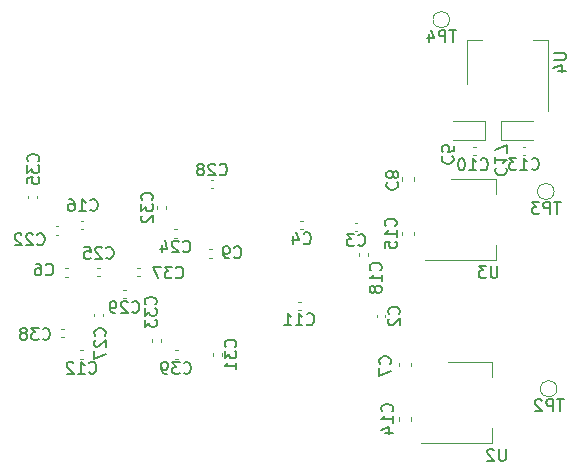
<source format=gbo>
%TF.GenerationSoftware,KiCad,Pcbnew,5.1.8-db9833491~88~ubuntu20.04.1*%
%TF.CreationDate,2021-01-24T20:19:36-05:00*%
%TF.ProjectId,julia_v2.1.1.0,6a756c69-615f-4763-922e-312e312e302e,rev?*%
%TF.SameCoordinates,Original*%
%TF.FileFunction,Legend,Bot*%
%TF.FilePolarity,Positive*%
%FSLAX46Y46*%
G04 Gerber Fmt 4.6, Leading zero omitted, Abs format (unit mm)*
G04 Created by KiCad (PCBNEW 5.1.8-db9833491~88~ubuntu20.04.1) date 2021-01-24 20:19:36*
%MOMM*%
%LPD*%
G01*
G04 APERTURE LIST*
%ADD10C,0.120000*%
%ADD11C,0.150000*%
G04 APERTURE END LIST*
D10*
%TO.C,U4*%
X136910000Y-96000000D02*
X136910000Y-89990000D01*
X130090000Y-93750000D02*
X130090000Y-89990000D01*
X136910000Y-89990000D02*
X135650000Y-89990000D01*
X130090000Y-89990000D02*
X131350000Y-89990000D01*
%TO.C,U3*%
X126500000Y-108610000D02*
X132510000Y-108610000D01*
X128750000Y-101790000D02*
X132510000Y-101790000D01*
X132510000Y-108610000D02*
X132510000Y-107350000D01*
X132510000Y-101790000D02*
X132510000Y-103050000D01*
%TO.C,U2*%
X126200000Y-124110000D02*
X132210000Y-124110000D01*
X128450000Y-117290000D02*
X132210000Y-117290000D01*
X132210000Y-124110000D02*
X132210000Y-122850000D01*
X132210000Y-117290000D02*
X132210000Y-118550000D01*
%TO.C,TP4*%
X128600000Y-88300000D02*
G75*
G03*
X128600000Y-88300000I-700000J0D01*
G01*
%TO.C,TP3*%
X137450000Y-102850000D02*
G75*
G03*
X137450000Y-102850000I-700000J0D01*
G01*
%TO.C,TP2*%
X137700000Y-119550000D02*
G75*
G03*
X137700000Y-119550000I-700000J0D01*
G01*
%TO.C,C39*%
X105607836Y-117010000D02*
X105392164Y-117010000D01*
X105607836Y-116290000D02*
X105392164Y-116290000D01*
%TO.C,C38*%
X95957836Y-115210000D02*
X95742164Y-115210000D01*
X95957836Y-114490000D02*
X95742164Y-114490000D01*
%TO.C,C37*%
X102387836Y-110020000D02*
X102172164Y-110020000D01*
X102387836Y-109300000D02*
X102172164Y-109300000D01*
%TO.C,C35*%
X93660000Y-103192164D02*
X93660000Y-103407836D01*
X92940000Y-103192164D02*
X92940000Y-103407836D01*
%TO.C,C33*%
X103440000Y-115557836D02*
X103440000Y-115342164D01*
X104160000Y-115557836D02*
X104160000Y-115342164D01*
%TO.C,C32*%
X104560000Y-104092164D02*
X104560000Y-104307836D01*
X103840000Y-104092164D02*
X103840000Y-104307836D01*
%TO.C,C31*%
X108590000Y-116757836D02*
X108590000Y-116542164D01*
X109310000Y-116757836D02*
X109310000Y-116542164D01*
%TO.C,C29*%
X100982164Y-111160000D02*
X101197836Y-111160000D01*
X100982164Y-111880000D02*
X101197836Y-111880000D01*
%TO.C,C28*%
X108607836Y-102560000D02*
X108392164Y-102560000D01*
X108607836Y-101840000D02*
X108392164Y-101840000D01*
%TO.C,C27*%
X99260000Y-113192164D02*
X99260000Y-113407836D01*
X98540000Y-113192164D02*
X98540000Y-113407836D01*
%TO.C,C25*%
X98792164Y-109300000D02*
X99007836Y-109300000D01*
X98792164Y-110020000D02*
X99007836Y-110020000D01*
%TO.C,C24*%
X105292164Y-106040000D02*
X105507836Y-106040000D01*
X105292164Y-106760000D02*
X105507836Y-106760000D01*
%TO.C,C22*%
X95457836Y-106510000D02*
X95242164Y-106510000D01*
X95457836Y-105790000D02*
X95242164Y-105790000D01*
%TO.C,C18*%
X120940000Y-108307836D02*
X120940000Y-108092164D01*
X121660000Y-108307836D02*
X121660000Y-108092164D01*
%TO.C,C17*%
X132977500Y-96915000D02*
X135687500Y-96915000D01*
X132977500Y-98485000D02*
X132977500Y-96915000D01*
X135687500Y-98485000D02*
X132977500Y-98485000D01*
%TO.C,C16*%
X97392164Y-105340000D02*
X97607836Y-105340000D01*
X97392164Y-106060000D02*
X97607836Y-106060000D01*
%TO.C,C15*%
X125610000Y-106259420D02*
X125610000Y-106540580D01*
X124590000Y-106259420D02*
X124590000Y-106540580D01*
%TO.C,C14*%
X125310000Y-121959420D02*
X125310000Y-122240580D01*
X124290000Y-121959420D02*
X124290000Y-122240580D01*
%TO.C,C13*%
X134792164Y-99040000D02*
X135007836Y-99040000D01*
X134792164Y-99760000D02*
X135007836Y-99760000D01*
%TO.C,C12*%
X97342164Y-116290000D02*
X97557836Y-116290000D01*
X97342164Y-117010000D02*
X97557836Y-117010000D01*
%TO.C,C11*%
X115772164Y-112190000D02*
X115987836Y-112190000D01*
X115772164Y-112910000D02*
X115987836Y-112910000D01*
%TO.C,C10*%
X130807836Y-99760000D02*
X130592164Y-99760000D01*
X130807836Y-99040000D02*
X130592164Y-99040000D01*
%TO.C,C9*%
X108242164Y-107740000D02*
X108457836Y-107740000D01*
X108242164Y-108460000D02*
X108457836Y-108460000D01*
%TO.C,C8*%
X124590000Y-101940580D02*
X124590000Y-101659420D01*
X125610000Y-101940580D02*
X125610000Y-101659420D01*
%TO.C,C7*%
X124290000Y-117640580D02*
X124290000Y-117359420D01*
X125310000Y-117640580D02*
X125310000Y-117359420D01*
%TO.C,C6*%
X96042164Y-109340000D02*
X96257836Y-109340000D01*
X96042164Y-110060000D02*
X96257836Y-110060000D01*
%TO.C,C5*%
X131610000Y-98485000D02*
X128900000Y-98485000D01*
X131610000Y-96915000D02*
X131610000Y-98485000D01*
X128900000Y-96915000D02*
X131610000Y-96915000D01*
%TO.C,C4*%
X115972164Y-105340000D02*
X116187836Y-105340000D01*
X115972164Y-106060000D02*
X116187836Y-106060000D01*
%TO.C,C3*%
X120592164Y-105490000D02*
X120807836Y-105490000D01*
X120592164Y-106210000D02*
X120807836Y-106210000D01*
%TO.C,C2*%
X122440000Y-113507836D02*
X122440000Y-113292164D01*
X123160000Y-113507836D02*
X123160000Y-113292164D01*
%TO.C,U4*%
D11*
X137452380Y-91138095D02*
X138261904Y-91138095D01*
X138357142Y-91185714D01*
X138404761Y-91233333D01*
X138452380Y-91328571D01*
X138452380Y-91519047D01*
X138404761Y-91614285D01*
X138357142Y-91661904D01*
X138261904Y-91709523D01*
X137452380Y-91709523D01*
X137785714Y-92614285D02*
X138452380Y-92614285D01*
X137404761Y-92376190D02*
X138119047Y-92138095D01*
X138119047Y-92757142D01*
%TO.C,U3*%
X132661904Y-109152380D02*
X132661904Y-109961904D01*
X132614285Y-110057142D01*
X132566666Y-110104761D01*
X132471428Y-110152380D01*
X132280952Y-110152380D01*
X132185714Y-110104761D01*
X132138095Y-110057142D01*
X132090476Y-109961904D01*
X132090476Y-109152380D01*
X131709523Y-109152380D02*
X131090476Y-109152380D01*
X131423809Y-109533333D01*
X131280952Y-109533333D01*
X131185714Y-109580952D01*
X131138095Y-109628571D01*
X131090476Y-109723809D01*
X131090476Y-109961904D01*
X131138095Y-110057142D01*
X131185714Y-110104761D01*
X131280952Y-110152380D01*
X131566666Y-110152380D01*
X131661904Y-110104761D01*
X131709523Y-110057142D01*
%TO.C,U2*%
X133361904Y-124652380D02*
X133361904Y-125461904D01*
X133314285Y-125557142D01*
X133266666Y-125604761D01*
X133171428Y-125652380D01*
X132980952Y-125652380D01*
X132885714Y-125604761D01*
X132838095Y-125557142D01*
X132790476Y-125461904D01*
X132790476Y-124652380D01*
X132361904Y-124747619D02*
X132314285Y-124700000D01*
X132219047Y-124652380D01*
X131980952Y-124652380D01*
X131885714Y-124700000D01*
X131838095Y-124747619D01*
X131790476Y-124842857D01*
X131790476Y-124938095D01*
X131838095Y-125080952D01*
X132409523Y-125652380D01*
X131790476Y-125652380D01*
%TO.C,TP4*%
X129161904Y-89200380D02*
X128590476Y-89200380D01*
X128876190Y-90200380D02*
X128876190Y-89200380D01*
X128257142Y-90200380D02*
X128257142Y-89200380D01*
X127876190Y-89200380D01*
X127780952Y-89248000D01*
X127733333Y-89295619D01*
X127685714Y-89390857D01*
X127685714Y-89533714D01*
X127733333Y-89628952D01*
X127780952Y-89676571D01*
X127876190Y-89724190D01*
X128257142Y-89724190D01*
X126828571Y-89533714D02*
X126828571Y-90200380D01*
X127066666Y-89152761D02*
X127304761Y-89867047D01*
X126685714Y-89867047D01*
%TO.C,TP3*%
X138011904Y-103750380D02*
X137440476Y-103750380D01*
X137726190Y-104750380D02*
X137726190Y-103750380D01*
X137107142Y-104750380D02*
X137107142Y-103750380D01*
X136726190Y-103750380D01*
X136630952Y-103798000D01*
X136583333Y-103845619D01*
X136535714Y-103940857D01*
X136535714Y-104083714D01*
X136583333Y-104178952D01*
X136630952Y-104226571D01*
X136726190Y-104274190D01*
X137107142Y-104274190D01*
X136202380Y-103750380D02*
X135583333Y-103750380D01*
X135916666Y-104131333D01*
X135773809Y-104131333D01*
X135678571Y-104178952D01*
X135630952Y-104226571D01*
X135583333Y-104321809D01*
X135583333Y-104559904D01*
X135630952Y-104655142D01*
X135678571Y-104702761D01*
X135773809Y-104750380D01*
X136059523Y-104750380D01*
X136154761Y-104702761D01*
X136202380Y-104655142D01*
%TO.C,TP2*%
X138261904Y-120450380D02*
X137690476Y-120450380D01*
X137976190Y-121450380D02*
X137976190Y-120450380D01*
X137357142Y-121450380D02*
X137357142Y-120450380D01*
X136976190Y-120450380D01*
X136880952Y-120498000D01*
X136833333Y-120545619D01*
X136785714Y-120640857D01*
X136785714Y-120783714D01*
X136833333Y-120878952D01*
X136880952Y-120926571D01*
X136976190Y-120974190D01*
X137357142Y-120974190D01*
X136404761Y-120545619D02*
X136357142Y-120498000D01*
X136261904Y-120450380D01*
X136023809Y-120450380D01*
X135928571Y-120498000D01*
X135880952Y-120545619D01*
X135833333Y-120640857D01*
X135833333Y-120736095D01*
X135880952Y-120878952D01*
X136452380Y-121450380D01*
X135833333Y-121450380D01*
%TO.C,C39*%
X106092857Y-118207142D02*
X106140476Y-118254761D01*
X106283333Y-118302380D01*
X106378571Y-118302380D01*
X106521428Y-118254761D01*
X106616666Y-118159523D01*
X106664285Y-118064285D01*
X106711904Y-117873809D01*
X106711904Y-117730952D01*
X106664285Y-117540476D01*
X106616666Y-117445238D01*
X106521428Y-117350000D01*
X106378571Y-117302380D01*
X106283333Y-117302380D01*
X106140476Y-117350000D01*
X106092857Y-117397619D01*
X105759523Y-117302380D02*
X105140476Y-117302380D01*
X105473809Y-117683333D01*
X105330952Y-117683333D01*
X105235714Y-117730952D01*
X105188095Y-117778571D01*
X105140476Y-117873809D01*
X105140476Y-118111904D01*
X105188095Y-118207142D01*
X105235714Y-118254761D01*
X105330952Y-118302380D01*
X105616666Y-118302380D01*
X105711904Y-118254761D01*
X105759523Y-118207142D01*
X104664285Y-118302380D02*
X104473809Y-118302380D01*
X104378571Y-118254761D01*
X104330952Y-118207142D01*
X104235714Y-118064285D01*
X104188095Y-117873809D01*
X104188095Y-117492857D01*
X104235714Y-117397619D01*
X104283333Y-117350000D01*
X104378571Y-117302380D01*
X104569047Y-117302380D01*
X104664285Y-117350000D01*
X104711904Y-117397619D01*
X104759523Y-117492857D01*
X104759523Y-117730952D01*
X104711904Y-117826190D01*
X104664285Y-117873809D01*
X104569047Y-117921428D01*
X104378571Y-117921428D01*
X104283333Y-117873809D01*
X104235714Y-117826190D01*
X104188095Y-117730952D01*
%TO.C,C38*%
X94142857Y-115307142D02*
X94190476Y-115354761D01*
X94333333Y-115402380D01*
X94428571Y-115402380D01*
X94571428Y-115354761D01*
X94666666Y-115259523D01*
X94714285Y-115164285D01*
X94761904Y-114973809D01*
X94761904Y-114830952D01*
X94714285Y-114640476D01*
X94666666Y-114545238D01*
X94571428Y-114450000D01*
X94428571Y-114402380D01*
X94333333Y-114402380D01*
X94190476Y-114450000D01*
X94142857Y-114497619D01*
X93809523Y-114402380D02*
X93190476Y-114402380D01*
X93523809Y-114783333D01*
X93380952Y-114783333D01*
X93285714Y-114830952D01*
X93238095Y-114878571D01*
X93190476Y-114973809D01*
X93190476Y-115211904D01*
X93238095Y-115307142D01*
X93285714Y-115354761D01*
X93380952Y-115402380D01*
X93666666Y-115402380D01*
X93761904Y-115354761D01*
X93809523Y-115307142D01*
X92619047Y-114830952D02*
X92714285Y-114783333D01*
X92761904Y-114735714D01*
X92809523Y-114640476D01*
X92809523Y-114592857D01*
X92761904Y-114497619D01*
X92714285Y-114450000D01*
X92619047Y-114402380D01*
X92428571Y-114402380D01*
X92333333Y-114450000D01*
X92285714Y-114497619D01*
X92238095Y-114592857D01*
X92238095Y-114640476D01*
X92285714Y-114735714D01*
X92333333Y-114783333D01*
X92428571Y-114830952D01*
X92619047Y-114830952D01*
X92714285Y-114878571D01*
X92761904Y-114926190D01*
X92809523Y-115021428D01*
X92809523Y-115211904D01*
X92761904Y-115307142D01*
X92714285Y-115354761D01*
X92619047Y-115402380D01*
X92428571Y-115402380D01*
X92333333Y-115354761D01*
X92285714Y-115307142D01*
X92238095Y-115211904D01*
X92238095Y-115021428D01*
X92285714Y-114926190D01*
X92333333Y-114878571D01*
X92428571Y-114830952D01*
%TO.C,C37*%
X105422857Y-110117142D02*
X105470476Y-110164761D01*
X105613333Y-110212380D01*
X105708571Y-110212380D01*
X105851428Y-110164761D01*
X105946666Y-110069523D01*
X105994285Y-109974285D01*
X106041904Y-109783809D01*
X106041904Y-109640952D01*
X105994285Y-109450476D01*
X105946666Y-109355238D01*
X105851428Y-109260000D01*
X105708571Y-109212380D01*
X105613333Y-109212380D01*
X105470476Y-109260000D01*
X105422857Y-109307619D01*
X105089523Y-109212380D02*
X104470476Y-109212380D01*
X104803809Y-109593333D01*
X104660952Y-109593333D01*
X104565714Y-109640952D01*
X104518095Y-109688571D01*
X104470476Y-109783809D01*
X104470476Y-110021904D01*
X104518095Y-110117142D01*
X104565714Y-110164761D01*
X104660952Y-110212380D01*
X104946666Y-110212380D01*
X105041904Y-110164761D01*
X105089523Y-110117142D01*
X104137142Y-109212380D02*
X103470476Y-109212380D01*
X103899047Y-110212380D01*
%TO.C,C35*%
X93757142Y-100307142D02*
X93804761Y-100259523D01*
X93852380Y-100116666D01*
X93852380Y-100021428D01*
X93804761Y-99878571D01*
X93709523Y-99783333D01*
X93614285Y-99735714D01*
X93423809Y-99688095D01*
X93280952Y-99688095D01*
X93090476Y-99735714D01*
X92995238Y-99783333D01*
X92900000Y-99878571D01*
X92852380Y-100021428D01*
X92852380Y-100116666D01*
X92900000Y-100259523D01*
X92947619Y-100307142D01*
X92852380Y-100640476D02*
X92852380Y-101259523D01*
X93233333Y-100926190D01*
X93233333Y-101069047D01*
X93280952Y-101164285D01*
X93328571Y-101211904D01*
X93423809Y-101259523D01*
X93661904Y-101259523D01*
X93757142Y-101211904D01*
X93804761Y-101164285D01*
X93852380Y-101069047D01*
X93852380Y-100783333D01*
X93804761Y-100688095D01*
X93757142Y-100640476D01*
X92852380Y-102164285D02*
X92852380Y-101688095D01*
X93328571Y-101640476D01*
X93280952Y-101688095D01*
X93233333Y-101783333D01*
X93233333Y-102021428D01*
X93280952Y-102116666D01*
X93328571Y-102164285D01*
X93423809Y-102211904D01*
X93661904Y-102211904D01*
X93757142Y-102164285D01*
X93804761Y-102116666D01*
X93852380Y-102021428D01*
X93852380Y-101783333D01*
X93804761Y-101688095D01*
X93757142Y-101640476D01*
%TO.C,C33*%
X103707142Y-112407142D02*
X103754761Y-112359523D01*
X103802380Y-112216666D01*
X103802380Y-112121428D01*
X103754761Y-111978571D01*
X103659523Y-111883333D01*
X103564285Y-111835714D01*
X103373809Y-111788095D01*
X103230952Y-111788095D01*
X103040476Y-111835714D01*
X102945238Y-111883333D01*
X102850000Y-111978571D01*
X102802380Y-112121428D01*
X102802380Y-112216666D01*
X102850000Y-112359523D01*
X102897619Y-112407142D01*
X102802380Y-112740476D02*
X102802380Y-113359523D01*
X103183333Y-113026190D01*
X103183333Y-113169047D01*
X103230952Y-113264285D01*
X103278571Y-113311904D01*
X103373809Y-113359523D01*
X103611904Y-113359523D01*
X103707142Y-113311904D01*
X103754761Y-113264285D01*
X103802380Y-113169047D01*
X103802380Y-112883333D01*
X103754761Y-112788095D01*
X103707142Y-112740476D01*
X102802380Y-113692857D02*
X102802380Y-114311904D01*
X103183333Y-113978571D01*
X103183333Y-114121428D01*
X103230952Y-114216666D01*
X103278571Y-114264285D01*
X103373809Y-114311904D01*
X103611904Y-114311904D01*
X103707142Y-114264285D01*
X103754761Y-114216666D01*
X103802380Y-114121428D01*
X103802380Y-113835714D01*
X103754761Y-113740476D01*
X103707142Y-113692857D01*
%TO.C,C32*%
X103397142Y-103557142D02*
X103444761Y-103509523D01*
X103492380Y-103366666D01*
X103492380Y-103271428D01*
X103444761Y-103128571D01*
X103349523Y-103033333D01*
X103254285Y-102985714D01*
X103063809Y-102938095D01*
X102920952Y-102938095D01*
X102730476Y-102985714D01*
X102635238Y-103033333D01*
X102540000Y-103128571D01*
X102492380Y-103271428D01*
X102492380Y-103366666D01*
X102540000Y-103509523D01*
X102587619Y-103557142D01*
X102492380Y-103890476D02*
X102492380Y-104509523D01*
X102873333Y-104176190D01*
X102873333Y-104319047D01*
X102920952Y-104414285D01*
X102968571Y-104461904D01*
X103063809Y-104509523D01*
X103301904Y-104509523D01*
X103397142Y-104461904D01*
X103444761Y-104414285D01*
X103492380Y-104319047D01*
X103492380Y-104033333D01*
X103444761Y-103938095D01*
X103397142Y-103890476D01*
X102587619Y-104890476D02*
X102540000Y-104938095D01*
X102492380Y-105033333D01*
X102492380Y-105271428D01*
X102540000Y-105366666D01*
X102587619Y-105414285D01*
X102682857Y-105461904D01*
X102778095Y-105461904D01*
X102920952Y-105414285D01*
X103492380Y-104842857D01*
X103492380Y-105461904D01*
%TO.C,C31*%
X110467142Y-116007142D02*
X110514761Y-115959523D01*
X110562380Y-115816666D01*
X110562380Y-115721428D01*
X110514761Y-115578571D01*
X110419523Y-115483333D01*
X110324285Y-115435714D01*
X110133809Y-115388095D01*
X109990952Y-115388095D01*
X109800476Y-115435714D01*
X109705238Y-115483333D01*
X109610000Y-115578571D01*
X109562380Y-115721428D01*
X109562380Y-115816666D01*
X109610000Y-115959523D01*
X109657619Y-116007142D01*
X109562380Y-116340476D02*
X109562380Y-116959523D01*
X109943333Y-116626190D01*
X109943333Y-116769047D01*
X109990952Y-116864285D01*
X110038571Y-116911904D01*
X110133809Y-116959523D01*
X110371904Y-116959523D01*
X110467142Y-116911904D01*
X110514761Y-116864285D01*
X110562380Y-116769047D01*
X110562380Y-116483333D01*
X110514761Y-116388095D01*
X110467142Y-116340476D01*
X110562380Y-117911904D02*
X110562380Y-117340476D01*
X110562380Y-117626190D02*
X109562380Y-117626190D01*
X109705238Y-117530952D01*
X109800476Y-117435714D01*
X109848095Y-117340476D01*
%TO.C,C29*%
X101732857Y-113037142D02*
X101780476Y-113084761D01*
X101923333Y-113132380D01*
X102018571Y-113132380D01*
X102161428Y-113084761D01*
X102256666Y-112989523D01*
X102304285Y-112894285D01*
X102351904Y-112703809D01*
X102351904Y-112560952D01*
X102304285Y-112370476D01*
X102256666Y-112275238D01*
X102161428Y-112180000D01*
X102018571Y-112132380D01*
X101923333Y-112132380D01*
X101780476Y-112180000D01*
X101732857Y-112227619D01*
X101351904Y-112227619D02*
X101304285Y-112180000D01*
X101209047Y-112132380D01*
X100970952Y-112132380D01*
X100875714Y-112180000D01*
X100828095Y-112227619D01*
X100780476Y-112322857D01*
X100780476Y-112418095D01*
X100828095Y-112560952D01*
X101399523Y-113132380D01*
X100780476Y-113132380D01*
X100304285Y-113132380D02*
X100113809Y-113132380D01*
X100018571Y-113084761D01*
X99970952Y-113037142D01*
X99875714Y-112894285D01*
X99828095Y-112703809D01*
X99828095Y-112322857D01*
X99875714Y-112227619D01*
X99923333Y-112180000D01*
X100018571Y-112132380D01*
X100209047Y-112132380D01*
X100304285Y-112180000D01*
X100351904Y-112227619D01*
X100399523Y-112322857D01*
X100399523Y-112560952D01*
X100351904Y-112656190D01*
X100304285Y-112703809D01*
X100209047Y-112751428D01*
X100018571Y-112751428D01*
X99923333Y-112703809D01*
X99875714Y-112656190D01*
X99828095Y-112560952D01*
%TO.C,C28*%
X109142857Y-101397142D02*
X109190476Y-101444761D01*
X109333333Y-101492380D01*
X109428571Y-101492380D01*
X109571428Y-101444761D01*
X109666666Y-101349523D01*
X109714285Y-101254285D01*
X109761904Y-101063809D01*
X109761904Y-100920952D01*
X109714285Y-100730476D01*
X109666666Y-100635238D01*
X109571428Y-100540000D01*
X109428571Y-100492380D01*
X109333333Y-100492380D01*
X109190476Y-100540000D01*
X109142857Y-100587619D01*
X108761904Y-100587619D02*
X108714285Y-100540000D01*
X108619047Y-100492380D01*
X108380952Y-100492380D01*
X108285714Y-100540000D01*
X108238095Y-100587619D01*
X108190476Y-100682857D01*
X108190476Y-100778095D01*
X108238095Y-100920952D01*
X108809523Y-101492380D01*
X108190476Y-101492380D01*
X107619047Y-100920952D02*
X107714285Y-100873333D01*
X107761904Y-100825714D01*
X107809523Y-100730476D01*
X107809523Y-100682857D01*
X107761904Y-100587619D01*
X107714285Y-100540000D01*
X107619047Y-100492380D01*
X107428571Y-100492380D01*
X107333333Y-100540000D01*
X107285714Y-100587619D01*
X107238095Y-100682857D01*
X107238095Y-100730476D01*
X107285714Y-100825714D01*
X107333333Y-100873333D01*
X107428571Y-100920952D01*
X107619047Y-100920952D01*
X107714285Y-100968571D01*
X107761904Y-101016190D01*
X107809523Y-101111428D01*
X107809523Y-101301904D01*
X107761904Y-101397142D01*
X107714285Y-101444761D01*
X107619047Y-101492380D01*
X107428571Y-101492380D01*
X107333333Y-101444761D01*
X107285714Y-101397142D01*
X107238095Y-101301904D01*
X107238095Y-101111428D01*
X107285714Y-101016190D01*
X107333333Y-100968571D01*
X107428571Y-100920952D01*
%TO.C,C27*%
X99407142Y-115057142D02*
X99454761Y-115009523D01*
X99502380Y-114866666D01*
X99502380Y-114771428D01*
X99454761Y-114628571D01*
X99359523Y-114533333D01*
X99264285Y-114485714D01*
X99073809Y-114438095D01*
X98930952Y-114438095D01*
X98740476Y-114485714D01*
X98645238Y-114533333D01*
X98550000Y-114628571D01*
X98502380Y-114771428D01*
X98502380Y-114866666D01*
X98550000Y-115009523D01*
X98597619Y-115057142D01*
X98597619Y-115438095D02*
X98550000Y-115485714D01*
X98502380Y-115580952D01*
X98502380Y-115819047D01*
X98550000Y-115914285D01*
X98597619Y-115961904D01*
X98692857Y-116009523D01*
X98788095Y-116009523D01*
X98930952Y-115961904D01*
X99502380Y-115390476D01*
X99502380Y-116009523D01*
X98502380Y-116342857D02*
X98502380Y-117009523D01*
X99502380Y-116580952D01*
%TO.C,C25*%
X99542857Y-108437142D02*
X99590476Y-108484761D01*
X99733333Y-108532380D01*
X99828571Y-108532380D01*
X99971428Y-108484761D01*
X100066666Y-108389523D01*
X100114285Y-108294285D01*
X100161904Y-108103809D01*
X100161904Y-107960952D01*
X100114285Y-107770476D01*
X100066666Y-107675238D01*
X99971428Y-107580000D01*
X99828571Y-107532380D01*
X99733333Y-107532380D01*
X99590476Y-107580000D01*
X99542857Y-107627619D01*
X99161904Y-107627619D02*
X99114285Y-107580000D01*
X99019047Y-107532380D01*
X98780952Y-107532380D01*
X98685714Y-107580000D01*
X98638095Y-107627619D01*
X98590476Y-107722857D01*
X98590476Y-107818095D01*
X98638095Y-107960952D01*
X99209523Y-108532380D01*
X98590476Y-108532380D01*
X97685714Y-107532380D02*
X98161904Y-107532380D01*
X98209523Y-108008571D01*
X98161904Y-107960952D01*
X98066666Y-107913333D01*
X97828571Y-107913333D01*
X97733333Y-107960952D01*
X97685714Y-108008571D01*
X97638095Y-108103809D01*
X97638095Y-108341904D01*
X97685714Y-108437142D01*
X97733333Y-108484761D01*
X97828571Y-108532380D01*
X98066666Y-108532380D01*
X98161904Y-108484761D01*
X98209523Y-108437142D01*
%TO.C,C24*%
X106042857Y-107917142D02*
X106090476Y-107964761D01*
X106233333Y-108012380D01*
X106328571Y-108012380D01*
X106471428Y-107964761D01*
X106566666Y-107869523D01*
X106614285Y-107774285D01*
X106661904Y-107583809D01*
X106661904Y-107440952D01*
X106614285Y-107250476D01*
X106566666Y-107155238D01*
X106471428Y-107060000D01*
X106328571Y-107012380D01*
X106233333Y-107012380D01*
X106090476Y-107060000D01*
X106042857Y-107107619D01*
X105661904Y-107107619D02*
X105614285Y-107060000D01*
X105519047Y-107012380D01*
X105280952Y-107012380D01*
X105185714Y-107060000D01*
X105138095Y-107107619D01*
X105090476Y-107202857D01*
X105090476Y-107298095D01*
X105138095Y-107440952D01*
X105709523Y-108012380D01*
X105090476Y-108012380D01*
X104233333Y-107345714D02*
X104233333Y-108012380D01*
X104471428Y-106964761D02*
X104709523Y-107679047D01*
X104090476Y-107679047D01*
%TO.C,C22*%
X93692857Y-107307142D02*
X93740476Y-107354761D01*
X93883333Y-107402380D01*
X93978571Y-107402380D01*
X94121428Y-107354761D01*
X94216666Y-107259523D01*
X94264285Y-107164285D01*
X94311904Y-106973809D01*
X94311904Y-106830952D01*
X94264285Y-106640476D01*
X94216666Y-106545238D01*
X94121428Y-106450000D01*
X93978571Y-106402380D01*
X93883333Y-106402380D01*
X93740476Y-106450000D01*
X93692857Y-106497619D01*
X93311904Y-106497619D02*
X93264285Y-106450000D01*
X93169047Y-106402380D01*
X92930952Y-106402380D01*
X92835714Y-106450000D01*
X92788095Y-106497619D01*
X92740476Y-106592857D01*
X92740476Y-106688095D01*
X92788095Y-106830952D01*
X93359523Y-107402380D01*
X92740476Y-107402380D01*
X92359523Y-106497619D02*
X92311904Y-106450000D01*
X92216666Y-106402380D01*
X91978571Y-106402380D01*
X91883333Y-106450000D01*
X91835714Y-106497619D01*
X91788095Y-106592857D01*
X91788095Y-106688095D01*
X91835714Y-106830952D01*
X92407142Y-107402380D01*
X91788095Y-107402380D01*
%TO.C,C18*%
X122757142Y-109507142D02*
X122804761Y-109459523D01*
X122852380Y-109316666D01*
X122852380Y-109221428D01*
X122804761Y-109078571D01*
X122709523Y-108983333D01*
X122614285Y-108935714D01*
X122423809Y-108888095D01*
X122280952Y-108888095D01*
X122090476Y-108935714D01*
X121995238Y-108983333D01*
X121900000Y-109078571D01*
X121852380Y-109221428D01*
X121852380Y-109316666D01*
X121900000Y-109459523D01*
X121947619Y-109507142D01*
X122852380Y-110459523D02*
X122852380Y-109888095D01*
X122852380Y-110173809D02*
X121852380Y-110173809D01*
X121995238Y-110078571D01*
X122090476Y-109983333D01*
X122138095Y-109888095D01*
X122280952Y-111030952D02*
X122233333Y-110935714D01*
X122185714Y-110888095D01*
X122090476Y-110840476D01*
X122042857Y-110840476D01*
X121947619Y-110888095D01*
X121900000Y-110935714D01*
X121852380Y-111030952D01*
X121852380Y-111221428D01*
X121900000Y-111316666D01*
X121947619Y-111364285D01*
X122042857Y-111411904D01*
X122090476Y-111411904D01*
X122185714Y-111364285D01*
X122233333Y-111316666D01*
X122280952Y-111221428D01*
X122280952Y-111030952D01*
X122328571Y-110935714D01*
X122376190Y-110888095D01*
X122471428Y-110840476D01*
X122661904Y-110840476D01*
X122757142Y-110888095D01*
X122804761Y-110935714D01*
X122852380Y-111030952D01*
X122852380Y-111221428D01*
X122804761Y-111316666D01*
X122757142Y-111364285D01*
X122661904Y-111411904D01*
X122471428Y-111411904D01*
X122376190Y-111364285D01*
X122328571Y-111316666D01*
X122280952Y-111221428D01*
%TO.C,C17*%
X132542857Y-100842857D02*
X132495238Y-100890476D01*
X132447619Y-101033333D01*
X132447619Y-101128571D01*
X132495238Y-101271428D01*
X132590476Y-101366666D01*
X132685714Y-101414285D01*
X132876190Y-101461904D01*
X133019047Y-101461904D01*
X133209523Y-101414285D01*
X133304761Y-101366666D01*
X133400000Y-101271428D01*
X133447619Y-101128571D01*
X133447619Y-101033333D01*
X133400000Y-100890476D01*
X133352380Y-100842857D01*
X132447619Y-99890476D02*
X132447619Y-100461904D01*
X132447619Y-100176190D02*
X133447619Y-100176190D01*
X133304761Y-100271428D01*
X133209523Y-100366666D01*
X133161904Y-100461904D01*
X133447619Y-99557142D02*
X133447619Y-98890476D01*
X132447619Y-99319047D01*
%TO.C,C16*%
X98192857Y-104407142D02*
X98240476Y-104454761D01*
X98383333Y-104502380D01*
X98478571Y-104502380D01*
X98621428Y-104454761D01*
X98716666Y-104359523D01*
X98764285Y-104264285D01*
X98811904Y-104073809D01*
X98811904Y-103930952D01*
X98764285Y-103740476D01*
X98716666Y-103645238D01*
X98621428Y-103550000D01*
X98478571Y-103502380D01*
X98383333Y-103502380D01*
X98240476Y-103550000D01*
X98192857Y-103597619D01*
X97240476Y-104502380D02*
X97811904Y-104502380D01*
X97526190Y-104502380D02*
X97526190Y-103502380D01*
X97621428Y-103645238D01*
X97716666Y-103740476D01*
X97811904Y-103788095D01*
X96383333Y-103502380D02*
X96573809Y-103502380D01*
X96669047Y-103550000D01*
X96716666Y-103597619D01*
X96811904Y-103740476D01*
X96859523Y-103930952D01*
X96859523Y-104311904D01*
X96811904Y-104407142D01*
X96764285Y-104454761D01*
X96669047Y-104502380D01*
X96478571Y-104502380D01*
X96383333Y-104454761D01*
X96335714Y-104407142D01*
X96288095Y-104311904D01*
X96288095Y-104073809D01*
X96335714Y-103978571D01*
X96383333Y-103930952D01*
X96478571Y-103883333D01*
X96669047Y-103883333D01*
X96764285Y-103930952D01*
X96811904Y-103978571D01*
X96859523Y-104073809D01*
%TO.C,C15*%
X124027142Y-105757142D02*
X124074761Y-105709523D01*
X124122380Y-105566666D01*
X124122380Y-105471428D01*
X124074761Y-105328571D01*
X123979523Y-105233333D01*
X123884285Y-105185714D01*
X123693809Y-105138095D01*
X123550952Y-105138095D01*
X123360476Y-105185714D01*
X123265238Y-105233333D01*
X123170000Y-105328571D01*
X123122380Y-105471428D01*
X123122380Y-105566666D01*
X123170000Y-105709523D01*
X123217619Y-105757142D01*
X124122380Y-106709523D02*
X124122380Y-106138095D01*
X124122380Y-106423809D02*
X123122380Y-106423809D01*
X123265238Y-106328571D01*
X123360476Y-106233333D01*
X123408095Y-106138095D01*
X123122380Y-107614285D02*
X123122380Y-107138095D01*
X123598571Y-107090476D01*
X123550952Y-107138095D01*
X123503333Y-107233333D01*
X123503333Y-107471428D01*
X123550952Y-107566666D01*
X123598571Y-107614285D01*
X123693809Y-107661904D01*
X123931904Y-107661904D01*
X124027142Y-107614285D01*
X124074761Y-107566666D01*
X124122380Y-107471428D01*
X124122380Y-107233333D01*
X124074761Y-107138095D01*
X124027142Y-107090476D01*
%TO.C,C14*%
X123727142Y-121457142D02*
X123774761Y-121409523D01*
X123822380Y-121266666D01*
X123822380Y-121171428D01*
X123774761Y-121028571D01*
X123679523Y-120933333D01*
X123584285Y-120885714D01*
X123393809Y-120838095D01*
X123250952Y-120838095D01*
X123060476Y-120885714D01*
X122965238Y-120933333D01*
X122870000Y-121028571D01*
X122822380Y-121171428D01*
X122822380Y-121266666D01*
X122870000Y-121409523D01*
X122917619Y-121457142D01*
X123822380Y-122409523D02*
X123822380Y-121838095D01*
X123822380Y-122123809D02*
X122822380Y-122123809D01*
X122965238Y-122028571D01*
X123060476Y-121933333D01*
X123108095Y-121838095D01*
X123155714Y-123266666D02*
X123822380Y-123266666D01*
X122774761Y-123028571D02*
X123489047Y-122790476D01*
X123489047Y-123409523D01*
%TO.C,C13*%
X135542857Y-100917142D02*
X135590476Y-100964761D01*
X135733333Y-101012380D01*
X135828571Y-101012380D01*
X135971428Y-100964761D01*
X136066666Y-100869523D01*
X136114285Y-100774285D01*
X136161904Y-100583809D01*
X136161904Y-100440952D01*
X136114285Y-100250476D01*
X136066666Y-100155238D01*
X135971428Y-100060000D01*
X135828571Y-100012380D01*
X135733333Y-100012380D01*
X135590476Y-100060000D01*
X135542857Y-100107619D01*
X134590476Y-101012380D02*
X135161904Y-101012380D01*
X134876190Y-101012380D02*
X134876190Y-100012380D01*
X134971428Y-100155238D01*
X135066666Y-100250476D01*
X135161904Y-100298095D01*
X134257142Y-100012380D02*
X133638095Y-100012380D01*
X133971428Y-100393333D01*
X133828571Y-100393333D01*
X133733333Y-100440952D01*
X133685714Y-100488571D01*
X133638095Y-100583809D01*
X133638095Y-100821904D01*
X133685714Y-100917142D01*
X133733333Y-100964761D01*
X133828571Y-101012380D01*
X134114285Y-101012380D01*
X134209523Y-100964761D01*
X134257142Y-100917142D01*
%TO.C,C12*%
X98092857Y-118167142D02*
X98140476Y-118214761D01*
X98283333Y-118262380D01*
X98378571Y-118262380D01*
X98521428Y-118214761D01*
X98616666Y-118119523D01*
X98664285Y-118024285D01*
X98711904Y-117833809D01*
X98711904Y-117690952D01*
X98664285Y-117500476D01*
X98616666Y-117405238D01*
X98521428Y-117310000D01*
X98378571Y-117262380D01*
X98283333Y-117262380D01*
X98140476Y-117310000D01*
X98092857Y-117357619D01*
X97140476Y-118262380D02*
X97711904Y-118262380D01*
X97426190Y-118262380D02*
X97426190Y-117262380D01*
X97521428Y-117405238D01*
X97616666Y-117500476D01*
X97711904Y-117548095D01*
X96759523Y-117357619D02*
X96711904Y-117310000D01*
X96616666Y-117262380D01*
X96378571Y-117262380D01*
X96283333Y-117310000D01*
X96235714Y-117357619D01*
X96188095Y-117452857D01*
X96188095Y-117548095D01*
X96235714Y-117690952D01*
X96807142Y-118262380D01*
X96188095Y-118262380D01*
%TO.C,C11*%
X116522857Y-114067142D02*
X116570476Y-114114761D01*
X116713333Y-114162380D01*
X116808571Y-114162380D01*
X116951428Y-114114761D01*
X117046666Y-114019523D01*
X117094285Y-113924285D01*
X117141904Y-113733809D01*
X117141904Y-113590952D01*
X117094285Y-113400476D01*
X117046666Y-113305238D01*
X116951428Y-113210000D01*
X116808571Y-113162380D01*
X116713333Y-113162380D01*
X116570476Y-113210000D01*
X116522857Y-113257619D01*
X115570476Y-114162380D02*
X116141904Y-114162380D01*
X115856190Y-114162380D02*
X115856190Y-113162380D01*
X115951428Y-113305238D01*
X116046666Y-113400476D01*
X116141904Y-113448095D01*
X114618095Y-114162380D02*
X115189523Y-114162380D01*
X114903809Y-114162380D02*
X114903809Y-113162380D01*
X114999047Y-113305238D01*
X115094285Y-113400476D01*
X115189523Y-113448095D01*
%TO.C,C10*%
X131242857Y-100957142D02*
X131290476Y-101004761D01*
X131433333Y-101052380D01*
X131528571Y-101052380D01*
X131671428Y-101004761D01*
X131766666Y-100909523D01*
X131814285Y-100814285D01*
X131861904Y-100623809D01*
X131861904Y-100480952D01*
X131814285Y-100290476D01*
X131766666Y-100195238D01*
X131671428Y-100100000D01*
X131528571Y-100052380D01*
X131433333Y-100052380D01*
X131290476Y-100100000D01*
X131242857Y-100147619D01*
X130290476Y-101052380D02*
X130861904Y-101052380D01*
X130576190Y-101052380D02*
X130576190Y-100052380D01*
X130671428Y-100195238D01*
X130766666Y-100290476D01*
X130861904Y-100338095D01*
X129671428Y-100052380D02*
X129576190Y-100052380D01*
X129480952Y-100100000D01*
X129433333Y-100147619D01*
X129385714Y-100242857D01*
X129338095Y-100433333D01*
X129338095Y-100671428D01*
X129385714Y-100861904D01*
X129433333Y-100957142D01*
X129480952Y-101004761D01*
X129576190Y-101052380D01*
X129671428Y-101052380D01*
X129766666Y-101004761D01*
X129814285Y-100957142D01*
X129861904Y-100861904D01*
X129909523Y-100671428D01*
X129909523Y-100433333D01*
X129861904Y-100242857D01*
X129814285Y-100147619D01*
X129766666Y-100100000D01*
X129671428Y-100052380D01*
%TO.C,C9*%
X110366666Y-108407142D02*
X110414285Y-108454761D01*
X110557142Y-108502380D01*
X110652380Y-108502380D01*
X110795238Y-108454761D01*
X110890476Y-108359523D01*
X110938095Y-108264285D01*
X110985714Y-108073809D01*
X110985714Y-107930952D01*
X110938095Y-107740476D01*
X110890476Y-107645238D01*
X110795238Y-107550000D01*
X110652380Y-107502380D01*
X110557142Y-107502380D01*
X110414285Y-107550000D01*
X110366666Y-107597619D01*
X109890476Y-108502380D02*
X109700000Y-108502380D01*
X109604761Y-108454761D01*
X109557142Y-108407142D01*
X109461904Y-108264285D01*
X109414285Y-108073809D01*
X109414285Y-107692857D01*
X109461904Y-107597619D01*
X109509523Y-107550000D01*
X109604761Y-107502380D01*
X109795238Y-107502380D01*
X109890476Y-107550000D01*
X109938095Y-107597619D01*
X109985714Y-107692857D01*
X109985714Y-107930952D01*
X109938095Y-108026190D01*
X109890476Y-108073809D01*
X109795238Y-108121428D01*
X109604761Y-108121428D01*
X109509523Y-108073809D01*
X109461904Y-108026190D01*
X109414285Y-107930952D01*
%TO.C,C8*%
X123342857Y-102066666D02*
X123295238Y-102114285D01*
X123247619Y-102257142D01*
X123247619Y-102352380D01*
X123295238Y-102495238D01*
X123390476Y-102590476D01*
X123485714Y-102638095D01*
X123676190Y-102685714D01*
X123819047Y-102685714D01*
X124009523Y-102638095D01*
X124104761Y-102590476D01*
X124200000Y-102495238D01*
X124247619Y-102352380D01*
X124247619Y-102257142D01*
X124200000Y-102114285D01*
X124152380Y-102066666D01*
X123819047Y-101495238D02*
X123866666Y-101590476D01*
X123914285Y-101638095D01*
X124009523Y-101685714D01*
X124057142Y-101685714D01*
X124152380Y-101638095D01*
X124200000Y-101590476D01*
X124247619Y-101495238D01*
X124247619Y-101304761D01*
X124200000Y-101209523D01*
X124152380Y-101161904D01*
X124057142Y-101114285D01*
X124009523Y-101114285D01*
X123914285Y-101161904D01*
X123866666Y-101209523D01*
X123819047Y-101304761D01*
X123819047Y-101495238D01*
X123771428Y-101590476D01*
X123723809Y-101638095D01*
X123628571Y-101685714D01*
X123438095Y-101685714D01*
X123342857Y-101638095D01*
X123295238Y-101590476D01*
X123247619Y-101495238D01*
X123247619Y-101304761D01*
X123295238Y-101209523D01*
X123342857Y-101161904D01*
X123438095Y-101114285D01*
X123628571Y-101114285D01*
X123723809Y-101161904D01*
X123771428Y-101209523D01*
X123819047Y-101304761D01*
%TO.C,C7*%
X123557142Y-117433333D02*
X123604761Y-117385714D01*
X123652380Y-117242857D01*
X123652380Y-117147619D01*
X123604761Y-117004761D01*
X123509523Y-116909523D01*
X123414285Y-116861904D01*
X123223809Y-116814285D01*
X123080952Y-116814285D01*
X122890476Y-116861904D01*
X122795238Y-116909523D01*
X122700000Y-117004761D01*
X122652380Y-117147619D01*
X122652380Y-117242857D01*
X122700000Y-117385714D01*
X122747619Y-117433333D01*
X122652380Y-117766666D02*
X122652380Y-118433333D01*
X123652380Y-118004761D01*
%TO.C,C6*%
X94416666Y-109857142D02*
X94464285Y-109904761D01*
X94607142Y-109952380D01*
X94702380Y-109952380D01*
X94845238Y-109904761D01*
X94940476Y-109809523D01*
X94988095Y-109714285D01*
X95035714Y-109523809D01*
X95035714Y-109380952D01*
X94988095Y-109190476D01*
X94940476Y-109095238D01*
X94845238Y-109000000D01*
X94702380Y-108952380D01*
X94607142Y-108952380D01*
X94464285Y-109000000D01*
X94416666Y-109047619D01*
X93559523Y-108952380D02*
X93750000Y-108952380D01*
X93845238Y-109000000D01*
X93892857Y-109047619D01*
X93988095Y-109190476D01*
X94035714Y-109380952D01*
X94035714Y-109761904D01*
X93988095Y-109857142D01*
X93940476Y-109904761D01*
X93845238Y-109952380D01*
X93654761Y-109952380D01*
X93559523Y-109904761D01*
X93511904Y-109857142D01*
X93464285Y-109761904D01*
X93464285Y-109523809D01*
X93511904Y-109428571D01*
X93559523Y-109380952D01*
X93654761Y-109333333D01*
X93845238Y-109333333D01*
X93940476Y-109380952D01*
X93988095Y-109428571D01*
X94035714Y-109523809D01*
%TO.C,C5*%
X128042857Y-99866666D02*
X127995238Y-99914285D01*
X127947619Y-100057142D01*
X127947619Y-100152380D01*
X127995238Y-100295238D01*
X128090476Y-100390476D01*
X128185714Y-100438095D01*
X128376190Y-100485714D01*
X128519047Y-100485714D01*
X128709523Y-100438095D01*
X128804761Y-100390476D01*
X128900000Y-100295238D01*
X128947619Y-100152380D01*
X128947619Y-100057142D01*
X128900000Y-99914285D01*
X128852380Y-99866666D01*
X128947619Y-98961904D02*
X128947619Y-99438095D01*
X128471428Y-99485714D01*
X128519047Y-99438095D01*
X128566666Y-99342857D01*
X128566666Y-99104761D01*
X128519047Y-99009523D01*
X128471428Y-98961904D01*
X128376190Y-98914285D01*
X128138095Y-98914285D01*
X128042857Y-98961904D01*
X127995238Y-99009523D01*
X127947619Y-99104761D01*
X127947619Y-99342857D01*
X127995238Y-99438095D01*
X128042857Y-99485714D01*
%TO.C,C4*%
X116246666Y-107217142D02*
X116294285Y-107264761D01*
X116437142Y-107312380D01*
X116532380Y-107312380D01*
X116675238Y-107264761D01*
X116770476Y-107169523D01*
X116818095Y-107074285D01*
X116865714Y-106883809D01*
X116865714Y-106740952D01*
X116818095Y-106550476D01*
X116770476Y-106455238D01*
X116675238Y-106360000D01*
X116532380Y-106312380D01*
X116437142Y-106312380D01*
X116294285Y-106360000D01*
X116246666Y-106407619D01*
X115389523Y-106645714D02*
X115389523Y-107312380D01*
X115627619Y-106264761D02*
X115865714Y-106979047D01*
X115246666Y-106979047D01*
%TO.C,C3*%
X120866666Y-107367142D02*
X120914285Y-107414761D01*
X121057142Y-107462380D01*
X121152380Y-107462380D01*
X121295238Y-107414761D01*
X121390476Y-107319523D01*
X121438095Y-107224285D01*
X121485714Y-107033809D01*
X121485714Y-106890952D01*
X121438095Y-106700476D01*
X121390476Y-106605238D01*
X121295238Y-106510000D01*
X121152380Y-106462380D01*
X121057142Y-106462380D01*
X120914285Y-106510000D01*
X120866666Y-106557619D01*
X120533333Y-106462380D02*
X119914285Y-106462380D01*
X120247619Y-106843333D01*
X120104761Y-106843333D01*
X120009523Y-106890952D01*
X119961904Y-106938571D01*
X119914285Y-107033809D01*
X119914285Y-107271904D01*
X119961904Y-107367142D01*
X120009523Y-107414761D01*
X120104761Y-107462380D01*
X120390476Y-107462380D01*
X120485714Y-107414761D01*
X120533333Y-107367142D01*
%TO.C,C2*%
X124317142Y-113233333D02*
X124364761Y-113185714D01*
X124412380Y-113042857D01*
X124412380Y-112947619D01*
X124364761Y-112804761D01*
X124269523Y-112709523D01*
X124174285Y-112661904D01*
X123983809Y-112614285D01*
X123840952Y-112614285D01*
X123650476Y-112661904D01*
X123555238Y-112709523D01*
X123460000Y-112804761D01*
X123412380Y-112947619D01*
X123412380Y-113042857D01*
X123460000Y-113185714D01*
X123507619Y-113233333D01*
X123507619Y-113614285D02*
X123460000Y-113661904D01*
X123412380Y-113757142D01*
X123412380Y-113995238D01*
X123460000Y-114090476D01*
X123507619Y-114138095D01*
X123602857Y-114185714D01*
X123698095Y-114185714D01*
X123840952Y-114138095D01*
X124412380Y-113566666D01*
X124412380Y-114185714D01*
%TD*%
M02*

</source>
